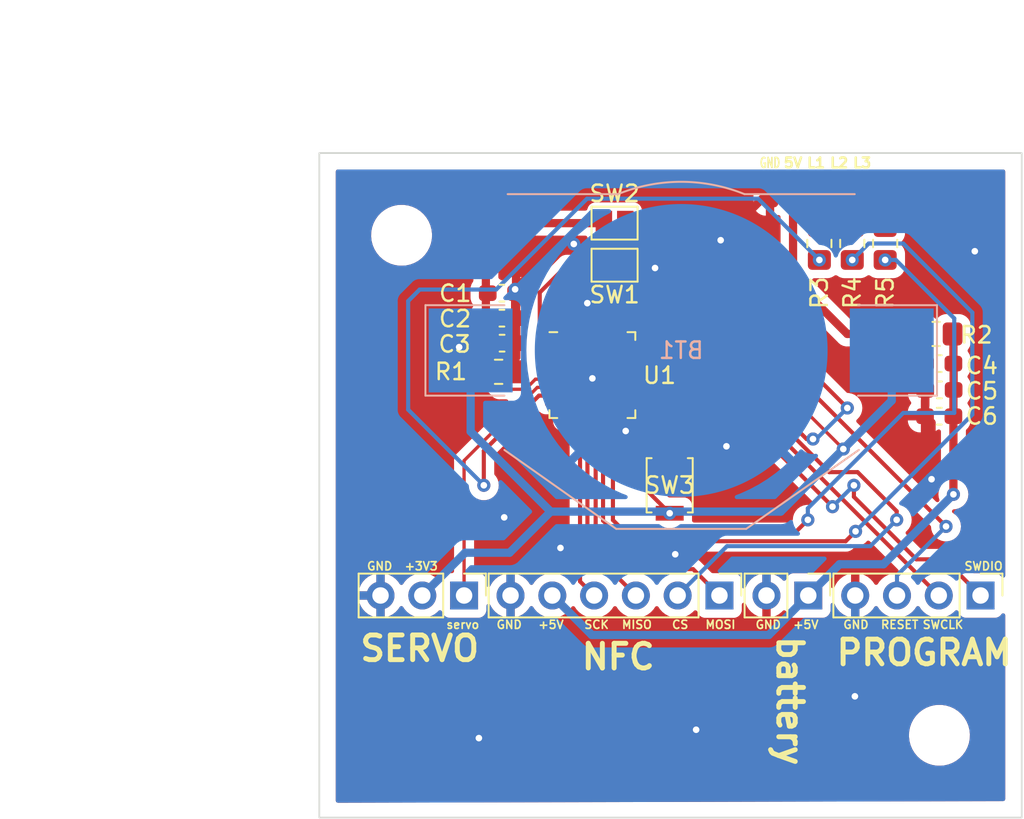
<source format=kicad_pcb>
(kicad_pcb (version 20221018) (generator pcbnew)
  (layers (0 "F.Cu" signal) (31 "B.Cu" signal) (34 "B.Paste" user) (35 "F.Paste" user) (36 "B.SilkS" user "B.Silkscreen") (37 "F.SilkS" user "F.Silkscreen") (38 "B.Mask" user) (39 "F.Mask" user) (44 "Edge.Cuts" user))
  (net 0 "")
  (net 1 "+5V")
  (net 2 "+3V3")
  (net 3 "GND")
  (net 4 "/SWDIO")
  (net 5 "/SWCLK")
  (net 6 "/RESET")
  (net 7 "/BOOT0")
  (net 8 "Net-(J6-Pin_1)")
  (net 12 "/sck")
  (net 13 "/Led1")
  (net 14 "/Led2")
  (net 18 "/miso")
  (net 20 "/mosi")
  (net 25 "/cs")
  (net 26 "/breach")
  (net 27 "/Led3")
  (net 30 "/servo")
  (net 32 "/Led1R")
  (net 33 "/Led2R")
  (net 34 "/Led3R")
  (footprint "Connector_PinHeader_2.54mm:PinHeader_1x04_P2.54mm_Vertical" (layer "F.Cu") (at 170.2 106.9 -90)
    (fp_text reference "J4" hide)
    (fp_text value "Conn_01x04" hide)
    (fp_line (start -1.33 -1.33) (end 0 -1.33) (stroke (width 0.12)) (layer "F.SilkS"))
    (fp_line (start -1.33 0) (end -1.33 -1.33) (stroke (width 0.12)) (layer "F.SilkS"))
    (fp_line (start -1.33 1.27) (end -1.33 8.95) (stroke (width 0.12)) (layer "F.SilkS"))
    (fp_line (start -1.33 1.27) (end 1.33 1.27) (stroke (width 0.12)) (layer "F.SilkS"))
    (fp_line (start -1.33 8.95) (end 1.33 8.95) (stroke (width 0.12)) (layer "F.SilkS"))
    (fp_line (start 1.33 1.27) (end 1.33 8.95) (stroke (width 0.12)) (layer "F.SilkS"))
    (pad "1" thru_hole rect (at 0 0 270) (size 1.7 1.7) (drill 1) (layers "*.Cu" "*.Mask") (net 4 "/SWDIO"))
    (pad "2" thru_hole oval (at 0 2.54 270) (size 1.7 1.7) (drill 1) (layers "*.Cu" "*.Mask") (net 5 "/SWCLK"))
    (pad "3" thru_hole oval (at 0 5.08 270) (size 1.7 1.7) (drill 1) (layers "*.Cu" "*.Mask") (net 6 "/RESET"))
    (pad "4" thru_hole oval (at 0 7.62 270) (size 1.7 1.7) (drill 1) (layers "*.Cu" "*.Mask") (net 3 "GND"))
  )
  (footprint "Button_Switch_SMD:SW_SPST_B3U-1000P" (layer "F.Cu") (at 151.3 100.2 -90)
    (fp_text reference "SW3" (at 0 0 180) (layer "F.SilkS"))
    (fp_text value "Breach_det")
    (fp_line (start -1.65 -1.4) (end 1.65 -1.4) (stroke (width 0.12)) (layer "F.SilkS"))
    (fp_line (start -1.65 -1.1) (end -1.65 -1.4) (stroke (width 0.12)) (layer "F.SilkS"))
    (fp_line (start -1.65 1.1) (end -1.65 1.4) (stroke (width 0.12)) (layer "F.SilkS"))
    (fp_line (start -1.65 1.4) (end 1.65 1.4) (stroke (width 0.12)) (layer "F.SilkS"))
    (fp_line (start 1.65 -1.4) (end 1.65 -1.1) (stroke (width 0.12)) (layer "F.SilkS"))
    (fp_line (start 1.65 1.4) (end 1.65 1.1) (stroke (width 0.12)) (layer "F.SilkS"))
    (pad "1" smd rect (at -1.7 0 270) (size 0.9 1.7) (layers "F.Cu" "F.Paste" "F.Mask") (net 26 "/breach"))
    (pad "2" smd rect (at 1.7 0 270) (size 0.9 1.7) (layers "F.Cu" "F.Paste" "F.Mask") (net 2 "+3V3"))
  )
  (footprint "Connector_PinHeader_2.54mm:PinHeader_1x03_P2.54mm_Vertical" (layer "F.Cu") (at 138.8 106.9 -90)
    (fp_text reference "J1" hide)
    (fp_text value "Conn_01x03" hide)
    (fp_line (start -1.33 -1.33) (end 0 -1.33) (stroke (width 0.12)) (layer "F.SilkS"))
    (fp_line (start -1.33 0) (end -1.33 -1.33) (stroke (width 0.12)) (layer "F.SilkS"))
    (fp_line (start -1.33 1.27) (end -1.33 6.41) (stroke (width 0.12)) (layer "F.SilkS"))
    (fp_line (start -1.33 1.27) (end 1.33 1.27) (stroke (width 0.12)) (layer "F.SilkS"))
    (fp_line (start -1.33 6.41) (end 1.33 6.41) (stroke (width 0.12)) (layer "F.SilkS"))
    (fp_line (start 1.33 1.27) (end 1.33 6.41) (stroke (width 0.12)) (layer "F.SilkS"))
    (pad "1" thru_hole rect (at 0 0 270) (size 1.7 1.7) (drill 1) (layers "*.Cu" "*.Mask") (net 30 "/servo"))
    (pad "2" thru_hole oval (at 0 2.54 270) (size 1.7 1.7) (drill 1) (layers "*.Cu" "*.Mask") (net 2 "+3V3"))
    (pad "3" thru_hole oval (at 0 5.08 270) (size 1.7 1.7) (drill 1) (layers "*.Cu" "*.Mask") (net 3 "GND"))
  )
  (footprint "Jumper:SolderJumper-2_P1.3mm_Open_Pad1.0x1.5mm" (layer "F.Cu") (at 147.95 84.2625)
    (fp_text reference "SW2" (at 0 -1.8) (layer "F.SilkS"))
    (fp_text value "BOOT")
    (fp_line (start -1.4 -1) (end 1.4 -1) (stroke (width 0.12)) (layer "F.SilkS"))
    (fp_line (start -1.4 1) (end -1.4 -1) (stroke (width 0.12)) (layer "F.SilkS"))
    (fp_line (start 1.4 -1) (end 1.4 1) (stroke (width 0.12)) (layer "F.SilkS"))
    (fp_line (start 1.4 1) (end -1.4 1) (stroke (width 0.12)) (layer "F.SilkS"))
    (pad "1" smd rect (at -0.65 0) (size 1 1.5) (layers "F.Cu" "F.Mask") (net 2 "+3V3"))
    (pad "2" smd rect (at 0.65 0) (size 1 1.5) (layers "F.Cu" "F.Mask") (net 7 "/BOOT0"))
  )
  (footprint "Connector_Wire:SolderWirePad_1x01_SMD_1x2mm" (layer "F.Cu") (at 163 82.3)
    (fp_text reference "J9" hide)
    (fp_text value "Conn_01x01" hide)
    (pad "1" smd roundrect (at 0 0) (size 1 2) (layers "F.Cu" "F.Paste" "F.Mask") (net 34 "/Led3R"))
  )
  (footprint "Connector_Wire:SolderWirePad_1x01_SMD_1x2mm" (layer "F.Cu") (at 160.2 82.3)
    (fp_text reference "J7" hide)
    (fp_text value "Conn_01x01" hide)
    (pad "1" smd roundrect (at 0 0) (size 1 2) (layers "F.Cu" "F.Paste" "F.Mask") (net 32 "/Led1R"))
  )
  (footprint "MountingHole:MountingHole_3.2mm_M3" (layer "F.Cu") (at 167.7 115.4)
    (fp_text reference "H1" hide)
    (fp_text value "MountingHole")
    (pad "" np_thru_hole circle (at 0 0) (size 3.2 3.2) (drill 3.2) (layers "*.Cu" "*.Mask"))
  )
  (footprint "Connector_Wire:SolderWirePad_1x01_SMD_1x2mm" (layer "F.Cu") (at 161.6 82.3)
    (fp_text reference "J8" hide)
    (fp_text value "Conn_01x01" hide)
    (pad "1" smd roundrect (at 0 0) (size 1 2) (layers "F.Cu" "F.Paste" "F.Mask") (net 33 "/Led2R"))
  )
  (footprint "Resistor_SMD:R_0805_2012Metric_Pad1.20x1.40mm_HandSolder" (layer "F.Cu") (at 162.4 85.5 90)
    (fp_text reference "R4" (at -3 0 90) (layer "F.SilkS"))
    (fp_text value "82")
    (fp_line (start -0.227064 -0.735) (end 0.227064 -0.735) (stroke (width 0.12)) (layer "F.SilkS"))
    (fp_line (start -0.227064 0.735) (end 0.227064 0.735) (stroke (width 0.12)) (layer "F.SilkS"))
    (pad "1" smd roundrect (at -1 0 90) (size 1.2 1.4) (layers "F.Cu" "F.Paste" "F.Mask") (roundrect_rratio 0.208333) (net 14 "/Led2"))
    (pad "2" smd roundrect (at 1 0 90) (size 1.2 1.4) (layers "F.Cu" "F.Paste" "F.Mask") (roundrect_rratio 0.208333) (net 33 "/Led2R"))
  )
  (footprint "Package_DFN_QFN:QFN-32-1EP_5x5mm_P0.5mm_EP3.45x3.45mm" (layer "F.Cu") (at 146.6 93.5)
    (fp_text reference "U1" (at 4.08 0.02) (layer "F.SilkS"))
    (fp_text value "STM32L432KCUx")
    (fp_line (start -2.61 2.61) (end -2.61 2.135) (stroke (width 0.12)) (layer "F.SilkS"))
    (fp_line (start -2.135 -2.61) (end -2.61 -2.61) (stroke (width 0.12)) (layer "F.SilkS"))
    (fp_line (start -2.135 2.61) (end -2.61 2.61) (stroke (width 0.12)) (layer "F.SilkS"))
    (fp_line (start 2.135 -2.61) (end 2.61 -2.61) (stroke (width 0.12)) (layer "F.SilkS"))
    (fp_line (start 2.135 2.61) (end 2.61 2.61) (stroke (width 0.12)) (layer "F.SilkS"))
    (fp_line (start 2.61 -2.61) (end 2.61 -2.135) (stroke (width 0.12)) (layer "F.SilkS"))
    (fp_line (start 2.61 2.61) (end 2.61 2.135) (stroke (width 0.12)) (layer "F.SilkS"))
    (pad "1" smd roundrect (at -2.4375 -1.75) (size 0.875 0.25) (layers "F.Cu" "F.Paste" "F.Mask") (net 2 "+3V3"))
    (pad "2" smd roundrect (at -2.4375 -1.25) (size 0.875 0.25) (layers "F.Cu" "F.Paste" "F.Mask"))
    (pad "3" smd roundrect (at -2.4375 -0.75) (size 0.875 0.25) (layers "F.Cu" "F.Paste" "F.Mask"))
    (pad "4" smd roundrect (at -2.4375 -0.25) (size 0.875 0.25) (layers "F.Cu" "F.Paste" "F.Mask") (net 6 "/RESET"))
    (pad "5" smd roundrect (at -2.4375 0.25) (size 0.875 0.25) (layers "F.Cu" "F.Paste" "F.Mask") (net 2 "+3V3"))
    (pad "6" smd roundrect (at -2.4375 0.75) (size 0.875 0.25) (layers "F.Cu" "F.Paste" "F.Mask") (net 30 "/servo"))
    (pad "7" smd roundrect (at -2.4375 1.25) (size 0.875 0.25) (layers "F.Cu" "F.Paste" "F.Mask") (net 13 "/Led1"))
    (pad "8" smd roundrect (at -2.4375 1.75) (size 0.875 0.25) (layers "F.Cu" "F.Paste" "F.Mask"))
    (pad "9" smd roundrect (at -1.75 2.4375) (size 0.25 0.875) (layers "F.Cu" "F.Paste" "F.Mask"))
    (pad "10" smd roundrect (at -1.25 2.4375) (size 0.25 0.875) (layers "F.Cu" "F.Paste" "F.Mask"))
    (pad "11" smd roundrect (at -0.75 2.4375) (size 0.25 0.875) (layers "F.Cu" "F.Paste" "F.Mask") (net 12 "/sck"))
    (pad "12" smd roundrect (at -0.25 2.4375) (size 0.25 0.875) (layers "F.Cu" "F.Paste" "F.Mask") (net 18 "/miso"))
    (pad "13" smd roundrect (at 0.25 2.4375) (size 0.25 0.875) (layers "F.Cu" "F.Paste" "F.Mask") (net 20 "/mosi"))
    (pad "14" smd roundrect (at 0.75 2.4375) (size 0.25 0.875) (layers "F.Cu" "F.Paste" "F.Mask") (net 14 "/Led2"))
    (pad "15" smd roundrect (at 1.25 2.4375) (size 0.25 0.875) (layers "F.Cu" "F.Paste" "F.Mask") (net 27 "/Led3"))
    (pad "16" smd roundrect (at 1.75 2.4375) (size 0.25 0.875) (layers "F.Cu" "F.Paste" "F.Mask") (net 3 "GND"))
    (pad "17" smd roundrect (at 2.4375 1.75) (size 0.875 0.25) (layers "F.Cu" "F.Paste" "F.Mask") (net 2 "+3V3"))
    (pad "18" smd roundrect (at 2.4375 1.25) (size 0.875 0.25) (layers "F.Cu" "F.Paste" "F.Mask") (net 26 "/breach"))
    (pad "19" smd roundrect (at 2.4375 0.75) (size 0.875 0.25) (layers "F.Cu" "F.Paste" "F.Mask"))
    (pad "20" smd roundrect (at 2.4375 0.25) (size 0.875 0.25) (layers "F.Cu" "F.Paste" "F.Mask"))
    (pad "21" smd roundrect (at 2.4375 -0.25) (size 0.875 0.25) (layers "F.Cu" "F.Paste" "F.Mask"))
    (pad "22" smd roundrect (at 2.4375 -0.75) (size 0.875 0.25) (layers "F.Cu" "F.Paste" "F.Mask"))
    (pad "23" smd roundrect (at 2.4375 -1.25) (size 0.875 0.25) (layers "F.Cu" "F.Paste" "F.Mask") (net 4 "/SWDIO"))
    (pad "24" smd roundrect (at 2.4375 -1.75) (size 0.875 0.25) (layers "F.Cu" "F.Paste" "F.Mask") (net 5 "/SWCLK"))
    (pad "25" smd roundrect (at 1.75 -2.4375) (size 0.25 0.875) (layers "F.Cu" "F.Paste" "F.Mask"))
    (pad "26" smd roundrect (at 1.25 -2.4375) (size 0.25 0.875) (layers "F.Cu" "F.Paste" "F.Mask"))
    (pad "27" smd roundrect (at 0.75 -2.4375) (size 0.25 0.875) (layers "F.Cu" "F.Paste" "F.Mask"))
    (pad "28" smd roundrect (at 0.25 -2.4375) (size 0.25 0.875) (layers "F.Cu" "F.Paste" "F.Mask"))
    (pad "29" smd roundrect (at -0.25 -2.4375) (size 0.25 0.875) (layers "F.Cu" "F.Paste" "F.Mask") (net 25 "/cs"))
    (pad "30" smd roundrect (at -0.75 -2.4375) (size 0.25 0.875) (layers "F.Cu" "F.Paste" "F.Mask"))
    (pad "31" smd roundrect (at -1.25 -2.4375) (size 0.25 0.875) (layers "F.Cu" "F.Paste" "F.Mask") (net 7 "/BOOT0"))
    (pad "32" smd roundrect (at -1.75 -2.4375) (size 0.25 0.875) (layers "F.Cu" "F.Paste" "F.Mask") (net 3 "GND"))
    (pad "33" smd rect (at 0 0) (size 3.45 3.45) (layers "F.Cu" "F.Mask") (net 3 "GND"))
  )
  (footprint "Resistor_SMD:R_0805_2012Metric_Pad1.20x1.40mm_HandSolder" (layer "F.Cu") (at 167.5 91 180)
    (fp_text reference "R2" (at -2.45 -0.0625) (layer "F.SilkS"))
    (fp_text value "220")
    (fp_line (start -0.227064 -0.735) (end 0.227064 -0.735) (stroke (width 0.12)) (layer "F.SilkS"))
    (fp_line (start -0.227064 0.735) (end 0.227064 0.735) (stroke (width 0.12)) (layer "F.SilkS"))
    (pad "1" smd roundrect (at -1 0 180) (size 1.2 1.4) (layers "F.Cu" "F.Paste" "F.Mask") (roundrect_rratio 0.2083333333) (net 1 "+5V"))
    (pad "2" smd roundrect (at 1 0 180) (size 1.2 1.4) (layers "F.Cu" "F.Paste" "F.Mask") (roundrect_rratio 0.2083333333) (net 8 "Net-(J6-Pin_1)"))
  )
  (footprint "Resistor_SMD:R_0805_2012Metric_Pad1.20x1.40mm_HandSolder" (layer "F.Cu") (at 164.4 85.5 90)
    (fp_text reference "R5" (at -3 0 90) (layer "F.SilkS"))
    (fp_text value "150")
    (fp_line (start -0.227064 -0.735) (end 0.227064 -0.735) (stroke (width 0.12)) (layer "F.SilkS"))
    (fp_line (start -0.227064 0.735) (end 0.227064 0.735) (stroke (width 0.12)) (layer "F.SilkS"))
    (pad "1" smd roundrect (at -1 0 90) (size 1.2 1.4) (layers "F.Cu" "F.Paste" "F.Mask") (roundrect_rratio 0.208333) (net 27 "/Led3"))
    (pad "2" smd roundrect (at 1 0 90) (size 1.2 1.4) (layers "F.Cu" "F.Paste" "F.Mask") (roundrect_rratio 0.208333) (net 34 "/Led3R"))
  )
  (footprint "Jumper:SolderJumper-2_P1.3mm_Open_Pad1.0x1.5mm" (layer "F.Cu") (at 147.95 86.82 180)
    (fp_text reference "SW1" (at 0 -1.8) (layer "F.SilkS"))
    (fp_text value "RESET")
    (fp_line (start -1.4 -1) (end 1.4 -1) (stroke (width 0.12)) (layer "F.SilkS"))
    (fp_line (start -1.4 1) (end -1.4 -1) (stroke (width 0.12)) (layer "F.SilkS"))
    (fp_line (start 1.4 -1) (end 1.4 1) (stroke (width 0.12)) (layer "F.SilkS"))
    (fp_line (start 1.4 1) (end -1.4 1) (stroke (width 0.12)) (layer "F.SilkS"))
    (pad "1" smd rect (at -0.65 0 180) (size 1 1.5) (layers "F.Cu" "F.Mask") (net 3 "GND"))
    (pad "2" smd rect (at 0.65 0 180) (size 1 1.5) (layers "F.Cu" "F.Mask") (net 6 "/RESET"))
  )
  (footprint "Capacitor_SMD:C_0603_1608Metric_Pad1.08x0.95mm_HandSolder" (layer "F.Cu") (at 167.6875 96 180)
    (fp_text reference "C6" (at -2.5875 0) (layer "F.SilkS"))
    (fp_text value "100nF")
    (fp_line (start -0.146267 -0.51) (end 0.146267 -0.51) (stroke (width 0.12)) (layer "F.SilkS"))
    (fp_line (start -0.146267 0.51) (end 0.146267 0.51) (stroke (width 0.12)) (layer "F.SilkS"))
    (pad "1" smd roundrect (at -0.8625 0 180) (size 1.075 0.95) (layers "F.Cu" "F.Paste" "F.Mask") (net 1 "+5V"))
    (pad "2" smd roundrect (at 0.8625 0 180) (size 1.075 0.95) (layers "F.Cu" "F.Paste" "F.Mask") (net 3 "GND"))
  )
  (footprint "Resistor_SMD:R_0805_2012Metric_Pad1.20x1.40mm_HandSolder" (layer "F.Cu") (at 160.4 85.5 90)
    (fp_text reference "R3" (at -3 0 90) (layer "F.SilkS"))
    (fp_text value "82")
    (fp_line (start -0.227064 -0.735) (end 0.227064 -0.735) (stroke (width 0.12)) (layer "F.SilkS"))
    (fp_line (start -0.227064 0.735) (end 0.227064 0.735) (stroke (width 0.12)) (layer "F.SilkS"))
    (pad "1" smd roundrect (at -1 0 90) (size 1.2 1.4) (layers "F.Cu" "F.Paste" "F.Mask") (roundrect_rratio 0.208333) (net 13 "/Led1"))
    (pad "2" smd roundrect (at 1 0 90) (size 1.2 1.4) (layers "F.Cu" "F.Paste" "F.Mask") (roundrect_rratio 0.208333) (net 32 "/Led1R"))
  )
  (footprint "MountingHole:MountingHole_3.2mm_M3" (layer "F.Cu") (at 135 85)
    (fp_text reference "H2" hide)
    (fp_text value "MountingHole")
    (pad "" np_thru_hole circle (at 0 0) (size 3.2 3.2) (drill 3.2) (layers "*.Cu" "*.Mask"))
  )
  (footprint "Capacitor_SMD:C_0603_1608Metric_Pad1.08x0.95mm_HandSolder" (layer "F.Cu") (at 167.7 94.4 180)
    (fp_text reference "C5" (at -2.5875 -0.07) (layer "F.SilkS"))
    (fp_text value "100nF")
    (fp_line (start -0.146267 -0.51) (end 0.146267 -0.51) (stroke (width 0.12)) (layer "F.SilkS"))
    (fp_line (start -0.146267 0.51) (end 0.146267 0.51) (stroke (width 0.12)) (layer "F.SilkS"))
    (pad "1" smd roundrect (at -0.8625 0 180) (size 1.075 0.95) (layers "F.Cu" "F.Paste" "F.Mask") (net 1 "+5V"))
    (pad "2" smd roundrect (at 0.8625 0 180) (size 1.075 0.95) (layers "F.Cu" "F.Paste" "F.Mask") (net 3 "GND"))
  )
  (footprint "Connector_PinHeader_2.54mm:PinHeader_1x06_P2.54mm_Vertical" (layer "F.Cu") (at 154.325 106.9 -90)
    (fp_text reference "J2" hide)
    (fp_text value "Conn_01x06" hide)
    (fp_line (start -1.33 -1.33) (end 0 -1.33) (stroke (width 0.12)) (layer "F.SilkS"))
    (fp_line (start -1.33 0) (end -1.33 -1.33) (stroke (width 0.12)) (layer "F.SilkS"))
    (fp_line (start -1.33 1.27) (end -1.33 14.03) (stroke (width 0.12)) (layer "F.SilkS"))
    (fp_line (start -1.33 1.27) (end 1.33 1.27) (stroke (width 0.12)) (layer "F.SilkS"))
    (fp_line (start -1.33 14.03) (end 1.33 14.03) (stroke (width 0.12)) (layer "F.SilkS"))
    (fp_line (start 1.33 1.27) (end 1.33 14.03) (stroke (width 0.12)) (layer "F.SilkS"))
    (pad "1" thru_hole rect (at 0 0 270) (size 1.7 1.7) (drill 1) (layers "*.Cu" "*.Mask") (net 20 "/mosi"))
    (pad "2" thru_hole oval (at 0 2.54 270) (size 1.7 1.7) (drill 1) (layers "*.Cu" "*.Mask") (net 25 "/cs"))
    (pad "3" thru_hole oval (at 0 5.08 270) (size 1.7 1.7) (drill 1) (layers "*.Cu" "*.Mask") (net 18 "/miso"))
    (pad "4" thru_hole oval (at 0 7.62 270) (size 1.7 1.7) (drill 1) (layers "*.Cu" "*.Mask") (net 12 "/sck"))
    (pad "5" thru_hole oval (at 0 10.16 270) (size 1.7 1.7) (drill 1) (layers "*.Cu" "*.Mask") (net 1 "+5V"))
    (pad "6" thru_hole oval (at 0 12.7 270) (size 1.7 1.7) (drill 1) (layers "*.Cu" "*.Mask") (net 3 "GND"))
  )
  (footprint "Connector_PinHeader_2.54mm:PinHeader_1x02_P2.54mm_Vertical" (layer "F.Cu") (at 159.725 106.9 -90)
    (fp_text reference "J3" hide)
    (fp_text value "Conn_01x02" hide)
    (fp_line (start -1.33 -1.33) (end 0 -1.33) (stroke (width 0.12)) (layer "F.SilkS"))
    (fp_line (start -1.33 0) (end -1.33 -1.33) (stroke (width 0.12)) (layer "F.SilkS"))
    (fp_line (start -1.33 1.27) (end -1.33 3.87) (stroke (width 0.12)) (layer "F.SilkS"))
    (fp_line (start -1.33 1.27) (end 1.33 1.27) (stroke (width 0.12)) (layer "F.SilkS"))
    (fp_line (start -1.33 3.87) (end 1.33 3.87) (stroke (width 0.12)) (layer "F.SilkS"))
    (fp_line (start 1.33 1.27) (end 1.33 3.87) (stroke (width 0.12)) (layer "F.SilkS"))
    (pad "1" thru_hole rect (at 0 0 270) (size 1.7 1.7) (drill 1) (layers "*.Cu" "*.Mask") (net 1 "+5V"))
    (pad "2" thru_hole oval (at 0 2.54 270) (size 1.7 1.7) (drill 1) (layers "*.Cu" "*.Mask") (net 3 "GND"))
  )
  (footprint "Capacitor_SMD:C_0603_1608Metric_Pad1.08x0.95mm_HandSolder" (layer "F.Cu") (at 141.11 91.56)
    (fp_text reference "C3" (at -2.8875 0.06) (layer "F.SilkS"))
    (fp_text value "100nF")
    (fp_line (start -0.146267 -0.51) (end 0.146267 -0.51) (stroke (width 0.12)) (layer "F.SilkS"))
    (fp_line (start -0.146267 0.51) (end 0.146267 0.51) (stroke (width 0.12)) (layer "F.SilkS"))
    (pad "1" smd roundrect (at -0.8625 0) (size 1.075 0.95) (layers "F.Cu" "F.Paste" "F.Mask") (net 2 "+3V3"))
    (pad "2" smd roundrect (at 0.8625 0) (size 1.075 0.95) (layers "F.Cu" "F.Paste" "F.Mask") (net 3 "GND"))
  )
  (footprint "Connector_Wire:SolderWirePad_1x01_SMD_1x2mm" (layer "F.Cu") (at 157.4 82.3)
    (fp_text reference "J5" hide)
    (fp_text value "Conn_01x01" hide)
    (pad "1" smd roundrect (at 0 0) (size 1 2) (layers "F.Cu" "F.Paste" "F.Mask") (net 3 "GND"))
  )
  (footprint "Resistor_SMD:R_0805_2012Metric_Pad1.20x1.40mm_HandSolder" (layer "F.Cu") (at 140.9 93.3)
    (fp_text reference "R1" (at -2.9 -0.01) (layer "F.SilkS"))
    (fp_text value "220")
    (fp_line (start -0.227064 -0.735) (end 0.227064 -0.735) (stroke (width 0.12)) (layer "F.SilkS"))
    (fp_line (start -0.227064 0.735) (end 0.227064 0.735) (stroke (width 0.12)) (layer "F.SilkS"))
    (pad "1" smd roundrect (at -1 0) (size 1.2 1.4) (layers "F.Cu" "F.Paste" "F.Mask") (roundrect_rratio 0.2083333333) (net 2 "+3V3"))
    (pad "2" smd roundrect (at 1 0) (size 1.2 1.4) (layers "F.Cu" "F.Paste" "F.Mask") (roundrect_rratio 0.2083333333) (net 3 "GND"))
  )
  (footprint "Connector_Wire:SolderWirePad_1x01_SMD_1x2mm" (layer "F.Cu") (at 158.8 82.3)
    (fp_text reference "J6" hide)
    (fp_text value "Conn_01x01" hide)
    (pad "1" smd roundrect (at 0 0) (size 1 2) (layers "F.Cu" "F.Paste" "F.Mask") (net 8 "Net-(J6-Pin_1)"))
  )
  (footprint "Capacitor_SMD:C_0603_1608Metric_Pad1.08x0.95mm_HandSolder" (layer "F.Cu") (at 141.1 88.52)
    (fp_text reference "C1" (at -2.84 0.015012) (layer "F.SilkS"))
    (fp_text value "100nF")
    (fp_line (start -0.146267 -0.51) (end 0.146267 -0.51) (stroke (width 0.12)) (layer "F.SilkS"))
    (fp_line (start -0.146267 0.51) (end 0.146267 0.51) (stroke (width 0.12)) (layer "F.SilkS"))
    (pad "1" smd roundrect (at -0.8625 0) (size 1.075 0.95) (layers "F.Cu" "F.Paste" "F.Mask") (net 2 "+3V3"))
    (pad "2" smd roundrect (at 0.8625 0) (size 1.075 0.95) (layers "F.Cu" "F.Paste" "F.Mask") (net 3 "GND"))
  )
  (footprint "Capacitor_SMD:C_0603_1608Metric_Pad1.08x0.95mm_HandSolder" (layer "F.Cu") (at 141.1 90.04)
    (fp_text reference "C2" (at -2.85 0.0375) (layer "F.SilkS"))
    (fp_text value "100nF")
    (fp_line (start -0.146267 -0.51) (end 0.146267 -0.51) (stroke (width 0.12)) (layer "F.SilkS"))
    (fp_line (start -0.146267 0.51) (end 0.146267 0.51) (stroke (width 0.12)) (layer "F.SilkS"))
    (pad "1" smd roundrect (at -0.8625 0) (size 1.075 0.95) (layers "F.Cu" "F.Paste" "F.Mask") (net 2 "+3V3"))
    (pad "2" smd roundrect (at 0.8625 0) (size 1.075 0.95) (layers "F.Cu" "F.Paste" "F.Mask") (net 3 "GND"))
  )
  (footprint "Capacitor_SMD:C_0603_1608Metric_Pad1.08x0.95mm_HandSolder" (layer "F.Cu") (at 167.6875 92.8 180)
    (fp_text reference "C4" (at -2.59 -0.13) (layer "F.SilkS"))
    (fp_text value "100nF")
    (fp_line (start -0.146267 -0.51) (end 0.146267 -0.51) (stroke (width 0.12)) (layer "F.SilkS"))
    (fp_line (start -0.146267 0.51) (end 0.146267 0.51) (stroke (width 0.12)) (layer "F.SilkS"))
    (pad "1" smd roundrect (at -0.8625 0 180) (size 1.075 0.95) (layers "F.Cu" "F.Paste" "F.Mask") (net 1 "+5V"))
    (pad "2" smd roundrect (at 0.8625 0 180) (size 1.075 0.95) (layers "F.Cu" "F.Paste" "F.Mask") (net 3 "GND"))
  )
  (footprint "Battery:BatteryHolder_Keystone_3002_1x2032" (layer "B.Cu") (at 152 92 180)
    (fp_text reference "BT1" (at 0 0) (layer "B.SilkS") (effects (justify mirror)))
    (fp_text value "Battery_Cell")
    (fp_line (start -15.55 -2.75) (end -10.75 -2.75) (stroke (width 0.12)) (layer "B.SilkS"))
    (fp_line (start -15.55 2.75) (end -15.55 -2.75) (stroke (width 0.12)) (layer "B.SilkS"))
    (fp_line (start -10.8 -6.05) (end -3.95 -10.85) (stroke (width 0.12)) (layer "B.SilkS"))
    (fp_line (start -10.75 2.75) (end -15.55 2.75) (stroke (width 0.12)) (layer "B.SilkS"))
    (fp_line (start -10.55 9.5) (end -3.85 9.5) (stroke (width 0.12)) (layer "B.SilkS"))
    (fp_line (start -3.95 -10.85) (end 3.95 -10.85) (stroke (width 0.12)) (layer "B.SilkS"))
    (fp_line (start 3.95 -10.85) (end 10.75 -6.05) (stroke (width 0.12)) (layer "B.SilkS"))
    (fp_line (start 10.55 9.5) (end 3.85 9.5) (stroke (width 0.12)) (layer "B.SilkS"))
    (fp_line (start 10.75 -2.75) (end 15.55 -2.75) (stroke (width 0.12)) (layer "B.SilkS"))
    (fp_line (start 15.55 -2.75) (end 15.55 2.75) (stroke (width 0.12)) (layer "B.SilkS"))
    (fp_line (start 15.55 2.75) (end 10.75 2.75) (stroke (width 0.12)) (layer "B.SilkS"))
    (fp_arc (start 3.85 9.5) (mid 0.00195 10.250488) (end -3.846385 9.501464) (stroke (width 0.12)) (layer "B.SilkS"))
    (pad "1" smd rect (at -12.8 0 180) (size 5.1 5.1) (layers "B.Cu" "B.Paste" "B.Mask") (net 2 "+3V3"))
    (pad "1" smd rect (at 12.8 0 180) (size 5.1 5.1) (layers "B.Cu" "B.Paste" "B.Mask") (net 2 "+3V3"))
    (pad "2" smd circle (at 0 0 180) (size 17.8 17.8) (layers "B.Cu" "B.Mask") (net 3 "GND"))
  )
  (gr_rect (start 130 80) (end 172.7 120.4) (stroke (width 0.1)) (fill none) (layer "Edge.Cuts"))
  (gr_text "MISO" (at 148.336 108.966) (layer "F.SilkS") (effects (font (size 0.5 0.5) (thickness 0.1) bold) (justify left bottom)))
  (gr_text "5V" (at 158.8 80.6) (layer "F.SilkS") (effects (font (size 0.6 0.6))))
  (gr_text "SWCLK" (at 166.624 108.966) (layer "F.SilkS") (effects (font (size 0.5 0.5) (thickness 0.1) bold) (justify left bottom)))
  (gr_text "GND" (at 161.798 108.966) (layer "F.SilkS") (effects (font (size 0.5 0.5) (thickness 0.1) bold) (justify left bottom)))
  (gr_text "NFC" (at 145.796 111.506) (layer "F.SilkS") (effects (font (size 1.5 1.5) (thickness 0.3) bold) (justify left bottom)))
  (gr_text "GND" (at 132.842 105.41) (layer "F.SilkS") (effects (font (size 0.5 0.5) (thickness 0.1) bold) (justify left bottom)))
  (gr_text "SCK" (at 146.05 108.966) (layer "F.SilkS") (effects (font (size 0.5 0.5) (thickness 0.1) bold) (justify left bottom)))
  (gr_text "servo" (at 137.668 108.966) (layer "F.SilkS") (effects (font (size 0.5 0.5) (thickness 0.1) bold) (justify left bottom)))
  (gr_text "CS" (at 151.384 108.966) (layer "F.SilkS") (effects (font (size 0.5 0.5) (thickness 0.1) bold) (justify left bottom)))
  (gr_text "+3V3" (at 135.128 105.41) (layer "F.SilkS") (effects (font (size 0.5 0.5) (thickness 0.1) bold) (justify left bottom)))
  (gr_text "GND" (at 140.716 108.966) (layer "F.SilkS") (effects (font (size 0.5 0.5) (thickness 0.1) bold) (justify left bottom)))
  (gr_text "battery" (at 157.734 109.22 -90) (layer "F.SilkS") (effects (font (size 1.5 1.5) (thickness 0.3) bold) (justify left bottom)))
  (gr_text "GND" (at 156.464 108.966) (layer "F.SilkS") (effects (font (size 0.5 0.5) (thickness 0.1) bold) (justify left bottom)))
  (gr_text "L2" (at 161.6 80.6) (layer "F.SilkS") (effects (font (size 0.6 0.6))))
  (gr_text "+5V" (at 143.256 108.966) (layer "F.SilkS") (effects (font (size 0.5 0.5) (thickness 0.1) bold) (justify left bottom)))
  (gr_text "MOSI" (at 153.416 108.966) (layer "F.SilkS") (effects (font (size 0.5 0.5) (thickness 0.1) bold) (justify left bottom)))
  (gr_text "+5V" (at 158.75 108.966) (layer "F.SilkS") (effects (font (size 0.5 0.5) (thickness 0.1) bold) (justify left bottom)))
  (gr_text "SWDIO" (at 169.164 105.41) (layer "F.SilkS") (effects (font (size 0.5 0.5) (thickness 0.1) bold) (justify left bottom)))
  (gr_text "RESET" (at 164.084 108.966) (layer "F.SilkS") (effects (font (size 0.5 0.5) (thickness 0.1) bold) (justify left bottom)))
  (gr_text "L1" (at 160.2 80.6) (layer "F.SilkS") (effects (font (size 0.6 0.6))))
  (gr_text "GND" (at 157.4 80.6) (layer "F.SilkS") (effects (font (size 0.6 0.4) (thickness 0.1))))
  (gr_text "SERVO" (at 132.334 110.998) (layer "F.SilkS") (effects (font (size 1.5 1.5) (thickness 0.3) bold) (justify left bottom)))
  (gr_text "L3" (at 163 80.6) (layer "F.SilkS") (effects (font (size 0.6 0.6))))
  (gr_text "PROGRAM" (at 161.29 111.252) (layer "F.SilkS") (effects (font (size 1.5 1.5) (thickness 0.3) bold) (justify left bottom)))
  (segment (start 168.5625 94.4) (end 168.5625 92.8125) (width 0.5) (layer "F.Cu") (net 1))
  (segment (start 168.55 96) (end 168.55 94.4125) (width 0.5) (layer "F.Cu") (net 1))
  (segment (start 168.55 96) (end 168.55 100.75) (width 0.5) (layer "F.Cu") (net 1))
  (segment (start 168.55 92.8) (end 168.55 91.05) (width 0.5) (layer "F.Cu") (net 1))
  (segment (start 168.5625 92.8125) (end 168.55 92.8) (width 0.5) (layer "F.Cu") (net 1))
  (via (at 168.55 100.75) (size 0.8) (drill 0.4) (layers "F.Cu" "B.Cu") (net 1))
  (segment (start 164.3 105) (end 161.625 105) (width 0.5) (layer "B.Cu") (net 1))
  (segment (start 159.725 106.9) (end 157.325 109.3) (width 0.5) (layer "B.Cu") (net 1))
  (segment (start 146.565 109.3) (end 144.165 106.9) (width 0.5) (layer "B.Cu") (net 1))
  (segment (start 161.625 105) (end 159.725 106.9) (width 0.5) (layer "B.Cu") (net 1))
  (segment (start 168.55 100.75) (end 164.3 105) (width 0.5) (layer "B.Cu") (net 1))
  (segment (start 157.325 109.3) (end 146.565 109.3) (width 0.5) (layer "B.Cu") (net 1))
  (segment (start 140.2475 92.9525) (end 139.9 93.3) (width 0.5) (layer "F.Cu") (net 2))
  (segment (start 143.825 90.335) (end 145.77 88.39) (width 0.2) (layer "F.Cu") (net 2))
  (segment (start 140.94952 94.36202) (end 140.94952 94.34952) (width 0.2) (layer "F.Cu") (net 2))
  (segment (start 140.125 85.555) (end 140.125 89.9625) (width 0.5) (layer "F.Cu") (net 2))
  (segment (start 145.77 88.39) (end 152.25 88.39) (width 0.2) (layer "F.Cu") (net 2))
  (segment (start 149.35 95.5625) (end 149.35 99.95) (width 0.25) (layer "F.Cu") (net 2))
  (segment (start 138.5 91.8) (end 138.5 91.9125) (width 0.5) (layer "F.Cu") (net 2))
  (segment (start 149.0375 95.25) (end 149.35 95.5625) (width 0.25) (layer "F.Cu") (net 2))
  (segment (start 140.2375 90.04) (end 140.2375 91.55) (width 0.5) (layer "F.Cu") (net 2))
  (segment (start 143.139638 93.75) (end 142.527618 94.36202) (width 0.2) (layer "F.Cu") (net 2))
  (segment (start 143.139638 93.75) (end 144.1625 93.75) (width 0.2) (layer "F.Cu") (net 2))
  (segment (start 149.35 99.95) (end 151.3 101.9) (width 0.25) (layer "F.Cu") (net 2))
  (segment (start 142.527618 94.36202) (end 140.94952 94.36202) (width 0.2) (layer "F.Cu") (net 2))
  (segment (start 140.2475 91.56) (end 140.2475 92.9525) (width 0.5) (layer "F.Cu") (net 2))
  (segment (start 143.825 91.4125) (end 143.825 90.335) (width 0.2) (layer "F.Cu") (net 2))
  (segment (start 147.3 84.2625) (end 141.4175 84.2625) (width 0.5) (layer "F.Cu") (net 2))
  (segment (start 144.1625 91.75) (end 143.825 91.4125) (width 0.2) (layer "F.Cu") (net 2))
  (segment (start 138.5 91.9125) (end 139.95 93.3625) (width 0.5) (layer "F.Cu") (net 2))
  (segment (start 141.4175 84.2625) (end 140.125 85.555) (width 0.5) (layer "F.Cu") (net 2))
  (segment (start 152.25 88.39) (end 161.855 97.995) (width 0.2) (layer "F.Cu") (net 2))
  (segment (start 140.94952 94.34952) (end 139.9 93.3) (width 0.2) (layer "F.Cu") (net 2))
  (via (at 151.3 101.9) (size 0.8) (drill 0.4) (layers "F.Cu" "B.Cu") (net 2))
  (via (at 138.5 91.8) (size 0.8) (drill 0.4) (layers "F.Cu" "B.Cu") (net 2))
  (via (at 161.855 97.995) (size 0.8) (drill 0.4) (layers "F.Cu" "B.Cu") (net 2))
  (segment (start 164.8 92) (end 164.8 95.05) (width 0.5) (layer "B.Cu") (net 2))
  (segment (start 164.8 95.05) (end 161.855 97.995) (width 0.5) (layer "B.Cu") (net 2))
  (segment (start 141.565 104.3) (end 138.86 104.3) (width 0.5) (layer "B.Cu") (net 2))
  (segment (start 144.065 101.8) (end 139.2 96.935) (width 0.5) (layer "B.Cu") (net 2))
  (segment (start 161.855 97.995) (end 158.05 101.8) (width 0.5) (layer "B.Cu") (net 2))
  (segment (start 138.86 104.3) (end 136.26 106.9) (width 0.5) (layer "B.Cu") (net 2))
  (segment (start 139.2 96.935) (end 139.2 92) (width 0.5) (layer "B.Cu") (net 2))
  (segment (start 158.05 101.8) (end 144.065 101.8) (width 0.5) (layer "B.Cu") (net 2))
  (segment (start 139.2 92) (end 138.7 92) (width 0.5) (layer "B.Cu") (net 2))
  (segment (start 138.7 92) (end 138.5 91.8) (width 0.5) (layer "B.Cu") (net 2))
  (segment (start 144.065 101.8) (end 141.565 104.3) (width 0.5) (layer "B.Cu") (net 2))
  (segment (start 166.825 96) (end 166.825 94.4125) (width 0.5) (layer "F.Cu") (net 3))
  (segment (start 148.6255 96.13848) (end 148.42452 95.9375) (width 0.5) (layer "F.Cu") (net 3))
  (segment (start 141.85 89.9625) (end 141.85 91.525) (width 0.5) (layer "F.Cu") (net 3))
  (segment (start 141.85 91.525) (end 141.8125 91.5625) (width 0.5) (layer "F.Cu") (net 3))
  (segment (start 145.838738 89.27644) (end 144.775481 90.339697) (width 0.5) (layer "F.Cu") (net 3))
  (segment (start 146.142572 89.27644) (end 145.838738 89.27644) (width 0.5) (layer "F.Cu") (net 3))
  (segment (start 150.41 86.99) (end 148.77 86.99) (width 0.5) (layer "F.Cu") (net 3))
  (segment (start 144.775481 90.339697) (end 144.77548 91.0625) (width 0.5) (layer "F.Cu") (net 3))
  (segment (start 141.9025 89.91) (end 141.85 89.9625) (width 0.5) (layer "F.Cu") (net 3))
  (segment (start 157.4 82.3) (end 154.4 85.3) (width 0.5) (layer "F.Cu") (net 3))
  (segment (start 166.8375 94.4) (end 166.8375 92.8125) (width 0.5) (layer "F.Cu") (net 3))
  (segment (start 141.8125 91.5625) (end 141.8125 93.2125) (width 0.5) (layer "F.Cu") (net 3))
  (segment (start 167.22 99.83) (end 167.22 96.395) (width 0.5) (layer "F.Cu") (net 3))
  (segment (start 141.625 106.9) (end 141.77 106.9) (width 0.5) (layer "F.Cu") (net 3))
  (segment (start 144.657488 85.53) (end 141.9025 88.284988) (width 0.5) (layer "F.Cu") (net 3))
  (segment (start 148.77 86.99) (end 148.6 86.82) (width 0.5) (layer "F.Cu") (net 3))
  (segment (start 166.8375 92.8125) (end 166.825 92.8) (width 0.5) (layer "F.Cu") (net 3))
  (segment (start 148.6255 96.9) (end 148.6255 96.13848) (width 0.5) (layer "F.Cu") (net 3))
  (segment (start 145.47 85.53) (end 144.657488 85.53) (width 0.5) (layer "F.Cu") (net 3))
  (segment (start 141.9025 88.284988) (end 141.9025 89.91) (width 0.5) (layer "F.Cu") (net 3))
  (segment (start 167.22 96.395) (end 166.825 96) (width 0.5) (layer "F.Cu") (net 3))
  (segment (start 146.292552 89.12646) (end 146.142572 89.27644) (width 0.5) (layer "F.Cu") (net 3))
  (via (at 169.85 85.97) (size 0.8) (drill 0.4) (layers "F.Cu" "B.Cu") (net 3))
  (via (at 167.22 99.83) (size 0.8) (drill 0.4) (layers "F.Cu" "B.Cu") (net 3))
  (via (at 154.4 85.3) (size 0.8) (drill 0.4) (layers "F.Cu" "B.Cu") (net 3))
  (via (at 154.75 97.83) (size 0.8) (drill 0.4) (layers "F.Cu" "B.Cu") (net 3))
  (via (at 150.41 86.99) (size 0.8) (drill 0.4) (layers "F.Cu" "B.Cu") (net 3))
  (via (at 146.6 93.7) (size 0.8) (drill 0.4) (layers "F.Cu" "B.Cu") (net 3))
  (via (at 146.292552 89.12646) (size 0.8) (drill 0.4) (layers "F.Cu" "B.Cu") (net 3))
  (via (at 144.66 104.01) (size 0.8) (drill 0.4) (layers "F.Cu" "B.Cu") (net 3))
  (via (at 148.6255 96.9) (size 0.8) (drill 0.4) (layers "F.Cu" "B.Cu") (net 3))
  (via (at 139.7 115.57) (size 0.8) (drill 0.4) (layers "F.Cu" "B.Cu") (net 3))
  (via (at 162.56 113.03) (size 0.8) (drill 0.4) (layers "F.Cu" "B.Cu") (net 3))
  (via (at 152.908 115.062) (size 0.8) (drill 0.4) (layers "F.Cu" "B.Cu") (net 3))
  (via (at 141.9025 88.284988) (size 0.8) (drill 0.4) (layers "F.Cu" "B.Cu") (net 3))
  (via (at 151.638 104.394) (size 0.8) (drill 0.4) (layers "F.Cu" "B.Cu") (net 3))
  (via (at 141.24 102.15) (size 0.8) (drill 0.4) (layers "F.Cu" "B.Cu") (net 3))
  (via (at 145.47 85.53) (size 0.8) (drill 0.4) (layers "F.Cu" "B.Cu") (net 3))
  (segment (start 170.2 106.9) (end 168 104.7) (width 0.25) (layer "F.Cu") (net 4))
  (segment (start 166.3 104.7) (end 162.5 100.9) (width 0.25) (layer "F.Cu") (net 4))
  (segment (start 151.95 92.25) (end 149.0375 92.25) (width 0.25) (layer "F.Cu") (net 4))
  (segment (start 161.2 101.5) (end 151.95 92.25) (width 0.25) (layer "F.Cu") (net 4))
  (segment (start 162.5 100.9) (end 162.5 100.2) (width 0.25) (layer "F.Cu") (net 4))
  (segment (start 168 104.7) (end 166.3 104.7) (width 0.25) (layer "F.Cu") (net 4))
  (via (at 162.5 100.2) (size 0.8) (drill 0.4) (layers "F.Cu" "B.Cu") (net 4))
  (via (at 161.2 101.5) (size 0.8) (drill 0.4) (layers "F.Cu" "B.Cu") (net 4))
  (segment (start 162.5 100.2) (end 161.2 101.5) (width 0.25) (layer "B.Cu") (net 4))
  (segment (start 167.66 106.9) (end 152.36 91.6) (width 0.25) (layer "F.Cu") (net 5))
  (segment (start 152.36 91.6) (end 149.4 91.6) (width 0.25) (layer "F.Cu") (net 5))
  (segment (start 147.3 85.82) (end 147.3 86.82) (width 0.25) (layer "F.Cu") (net 6))
  (segment (start 145.06 86.82) (end 147.3 86.82) (width 0.25) (layer "F.Cu") (net 6))
  (segment (start 147.62 85.5) (end 147.3 85.82) (width 0.25) (layer "F.Cu") (net 6))
  (segment (start 143.677672 93.25) (end 143.40048 92.972808) (width 0.25) (layer "F.Cu") (net 6))
  (segment (start 144.1625 93.25) (end 143.677672 93.25) (width 0.25) (layer "F.Cu") (net 6))
  (segment (start 143.40048 88.47952) (end 145.06 86.82) (width 0.25) (layer "F.Cu") (net 6))
  (segment (start 150.9 85.5) (end 147.62 85.5) (width 0.25) (layer "F.Cu") (net 6))
  (segment (start 143.40048 88.47952) (end 143.40048 92.972808) (width 0.25) (layer "F.Cu") (net 6))
  (segment (start 168.1 102.7) (end 150.9 85.5) (width 0.25) (layer "F.Cu") (net 6))
  (via (at 168.1 102.7) (size 0.8) (drill 0.4) (layers "F.Cu" "B.Cu") (net 6))
  (segment (start 165.12 105.68) (end 165.12 106.9) (width 0.25) (layer "B.Cu") (net 6))
  (segment (start 168.1 102.7) (end 165.12 105.68) (width 0.25) (layer "B.Cu") (net 6))
  (segment (start 148.6 84.2625) (end 150.8625 84.2625) (width 0.25) (layer "F.Cu") (net 7))
  (segment (start 159.623419 97.387701) (end 152.086678 89.85096) (width 0.25) (layer "F.Cu") (net 7))
  (segment (start 146.076712 89.85096) (end 145.35 90.577672) (width 0.25) (layer "F.Cu") (net 7))
  (segment (start 150.8625 84.2625) (end 162.1 95.5) (width 0.25) (layer "F.Cu") (net 7))
  (segment (start 160.012299 97.387701) (end 159.623419 97.387701) (width 0.25) (layer "F.Cu") (net 7))
  (segment (start 145.35 90.577672) (end 145.35 91.0625) (width 0.25) (layer "F.Cu") (net 7))
  (segment (start 152.086678 89.85096) (end 146.076712 89.85096) (width 0.25) (layer "F.Cu") (net 7))
  (via (at 160.012299 97.387701) (size 0.8) (drill 0.4) (layers "F.Cu" "B.Cu") (net 7))
  (via (at 162.1 95.5) (size 0.8) (drill 0.4) (layers "F.Cu" "B.Cu") (net 7))
  (segment (start 160.212299 97.387701) (end 160.012299 97.387701) (width 0.25) (layer "B.Cu") (net 7))
  (segment (start 162.1 95.5) (end 160.212299 97.387701) (width 0.25) (layer "B.Cu") (net 7))
  (segment (start 162.1 91) (end 158.8 87.7) (width 0.5) (layer "F.Cu") (net 8))
  (segment (start 166.5 91) (end 162.1 91) (width 0.5) (layer "F.Cu") (net 8))
  (segment (start 158.8 87.7) (end 158.8 82.3) (width 0.5) (layer "F.Cu") (net 8))
  (segment (start 145.85 95.9375) (end 145.85 106.045) (width 0.25) (layer "F.Cu") (net 12))
  (segment (start 145.85 106.045) (end 146.705 106.9) (width 0.25) (layer "F.Cu") (net 12))
  (segment (start 144.1625 94.75) (end 143.350362 94.75) (width 0.25) (layer "F.Cu") (net 13))
  (segment (start 140 98.100362) (end 140 100.2) (width 0.25) (layer "F.Cu") (net 13))
  (segment (start 140.200362 97.9) (end 140 98.100362) (width 0.25) (layer "F.Cu") (net 13))
  (segment (start 143.350362 94.75) (end 140.200362 97.9) (width 0.25) (layer "F.Cu") (net 13))
  (via (at 160.4 86.5) (size 0.8) (drill 0.4) (layers "F.Cu" "B.Cu") (net 13))
  (via (at 140 100.2) (size 0.8) (drill 0.4) (layers "F.Cu" "B.Cu") (net 13))
  (segment (start 140 100.2) (end 135.4 95.6) (width 0.25) (layer "B.Cu") (net 13))
  (segment (start 135.4 95.6) (end 135.4 89) (width 0.25) (layer "B.Cu") (net 13))
  (segment (start 140.748193 88.3) (end 146.272704 82.775489) (width 0.25) (layer "B.Cu") (net 13))
  (segment (start 146.272704 82.775489) (end 156.675489 82.775489) (width 0.25) (layer "B.Cu") (net 13))
  (segment (start 136.1 88.3) (end 140.748193 88.3) (width 0.25) (layer "B.Cu") (net 13))
  (segment (start 135.4 89) (end 136.1 88.3) (width 0.25) (layer "B.Cu") (net 13))
  (segment (start 156.675489 82.775489) (end 160.4 86.5) (width 0.25) (layer "B.Cu") (net 13))
  (segment (start 147.24904 102.34904) (end 148.5 103.6) (width 0.25) (layer "F.Cu") (net 14))
  (segment (start 148.5 103.6) (end 162 103.6) (width 0.25) (layer "F.Cu") (net 14))
  (segment (start 147.24904 96.6) (end 147.24904 102.34904) (width 0.25) (layer "F.Cu") (net 14))
  (segment (start 147.35 96.49904) (end 147.24904 96.6) (width 0.25) (layer "F.Cu") (net 14))
  (segment (start 162 103.6) (end 162.6 103) (width 0.25) (layer "F.Cu") (net 14))
  (segment (start 147.35 95.9375) (end 147.35 96.49904) (width 0.25) (layer "F.Cu") (net 14))
  (via (at 162.6 103) (size 0.8) (drill 0.4) (layers "F.Cu" "B.Cu") (net 14))
  (via (at 162.4 86.5) (size 0.8) (drill 0.4) (layers "F.Cu" "B.Cu") (net 14))
  (segment (start 163.4 85.5) (end 162.4 86.5) (width 0.25) (layer "B.Cu") (net 14))
  (segment (start 169.7 89.7) (end 165.5 85.5) (width 0.25) (layer "B.Cu") (net 14))
  (segment (start 165.5 85.5) (end 163.4 85.5) (width 0.25) (layer "B.Cu") (net 14))
  (segment (start 169.7 95.9) (end 169.7 89.7) (width 0.25) (layer "B.Cu") (net 14))
  (segment (start 162.6 103) (end 169.7 95.9) (width 0.25) (layer "B.Cu") (net 14))
  (segment (start 146.29952 95.98798) (end 146.29952 103.95452) (width 0.25) (layer "F.Cu") (net 18))
  (segment (start 146.29952 103.95452) (end 149.245 106.9) (width 0.25) (layer "F.Cu") (net 18))
  (segment (start 146.35 95.9375) (end 146.29952 95.98798) (width 0.25) (layer "F.Cu") (net 18))
  (segment (start 152.725 105.3) (end 154.325 106.9) (width 0.25) (layer "F.Cu") (net 20))
  (segment (start 146.79952 102.59952) (end 146.8 102.6) (width 0.25) (layer "F.Cu") (net 20))
  (segment (start 146.8 102.6) (end 146.8 103.7) (width 0.25) (layer "F.Cu") (net 20))
  (segment (start 146.79952 95.98798) (end 146.79952 102.59952) (width 0.25) (layer "F.Cu") (net 20))
  (segment (start 146.8 103.7) (end 148.4 105.3) (width 0.25) (layer "F.Cu") (net 20))
  (segment (start 146.85 95.9375) (end 146.79952 95.98798) (width 0.25) (layer "F.Cu") (net 20))
  (segment (start 148.4 105.3) (end 152.725 105.3) (width 0.25) (layer "F.Cu") (net 20))
  (segment (start 151.90048 90.30048) (end 146.59952 90.30048) (width 0.25) (layer "F.Cu") (net 25))
  (segment (start 161 99.4) (end 151.90048 90.30048) (width 0.25) (layer "F.Cu") (net 25))
  (segment (start 165.1 102.3) (end 165.1 101.775386) (width 0.25) (layer "F.Cu") (net 25))
  (segment (start 146.59952 90.30048) (end 146.35 90.55) (width 0.25) (layer "F.Cu") (net 25))
  (segment (start 146.35 90.55) (end 146.35 91.0625) (width 0.25) (layer "F.Cu") (net 25))
  (segment (start 162.724614 99.4) (end 161 99.4) (width 0.25) (layer "F.Cu") (net 25))
  (segment (start 165.1 101.775386) (end 162.724614 99.4) (width 0.25) (layer "F.Cu") (net 25))
  (via (at 165.1 102.3) (size 0.8) (drill 0.4) (layers "F.Cu" "B.Cu") (net 25))
  (segment (start 162.3 103.9) (end 163.5 103.9) (width 0.25) (layer "B.Cu") (net 25))
  (segment (start 163.5 103.9) (end 165.1 102.3) (width 0.25) (layer "B.Cu") (net 25))
  (segment (start 154.785 103.9) (end 162.3 103.9) (width 0.25) (layer "B.Cu") (net 25))
  (segment (start 151.785 106.9) (end 154.785 103.9) (width 0.25) (layer "B.Cu") (net 25))
  (segment (start 149.522328 94.75) (end 149.0375 94.75) (width 0.25) (layer "F.Cu") (net 26))
  (segment (start 151.3 96.527672) (end 149.522328 94.75) (width 0.25) (layer "F.Cu") (net 26))
  (segment (start 151.3 98.5) (end 151.3 96.527672) (width 0.25) (layer "F.Cu") (net 26))
  (segment (start 148.635718 103.1) (end 158.9 103.1) (width 0.25) (layer "F.Cu") (net 27))
  (segment (start 147.85 102.314282) (end 148.635718 103.1) (width 0.25) (layer "F.Cu") (net 27))
  (segment (start 158.9 103.1) (end 159.7 102.3) (width 0.25) (layer "F.Cu") (net 27))
  (segment (start 147.85 95.9375) (end 147.85 102.314282) (width 0.25) (layer "F.Cu") (net 27))
  (via (at 159.7 102.3) (size 0.8) (drill 0.4) (layers "F.Cu" "B.Cu") (net 27))
  (via (at 164.4 86.5) (size 0.8) (drill 0.4) (layers "F.Cu" "B.Cu") (net 27))
  (segment (start 165.049022 86.5) (end 164.4 86.5) (width 0.25) (layer "B.Cu") (net 27))
  (segment (start 159.7 101.6) (end 165.5 95.8) (width 0.25) (layer "B.Cu") (net 27))
  (segment (start 159.7 102.3) (end 159.7 101.6) (width 0.25) (layer "B.Cu") (net 27))
  (segment (start 168.6 95.8) (end 168.6 90.050978) (width 0.25) (layer "B.Cu") (net 27))
  (segment (start 168.6 90.050978) (end 165.049022 86.5) (width 0.25) (layer "B.Cu") (net 27))
  (segment (start 165.5 95.8) (end 168.6 95.8) (width 0.25) (layer "B.Cu") (net 27))
  (segment (start 138.8 98.7) (end 138.8 106.9) (width 0.2) (layer "F.Cu") (net 30))
  (segment (start 144.1625 94.25) (end 143.25 94.25) (width 0.2) (layer "F.Cu") (net 30))
  (segment (start 143.25 94.25) (end 138.8 98.7) (width 0.2) (layer "F.Cu") (net 30))
  (segment (start 160.2 84.3) (end 160.4 84.5) (width 0.25) (layer "F.Cu") (net 32))
  (segment (start 160.2 82.3) (end 160.2 84.3) (width 0.25) (layer "F.Cu") (net 32))
  (segment (start 161.6 83.7) (end 162.4 84.5) (width 0.25) (layer "F.Cu") (net 33))
  (segment (start 161.6 82.3) (end 161.6 83.7) (width 0.25) (layer "F.Cu") (net 33))
  (segment (start 163 83.1) (end 164.4 84.5) (width 0.25) (layer "F.Cu") (net 34))
  (segment (start 163 82.3) (end 163 83.1) (width 0.25) (layer "F.Cu") (net 34))
  (zone (net 3) (net_name "GND") (layers "F&B.Cu") (connect_pads (clearance 0.508)) (min_thickness 0.254) (fill yes (thermal_gap 0.508) (thermal_bridge_width 0.508))
    (polygon (pts (xy 171.7 119.4) (xy 131 119.5) (xy 131 81) (xy 171.7 81)))
  )
)
</source>
